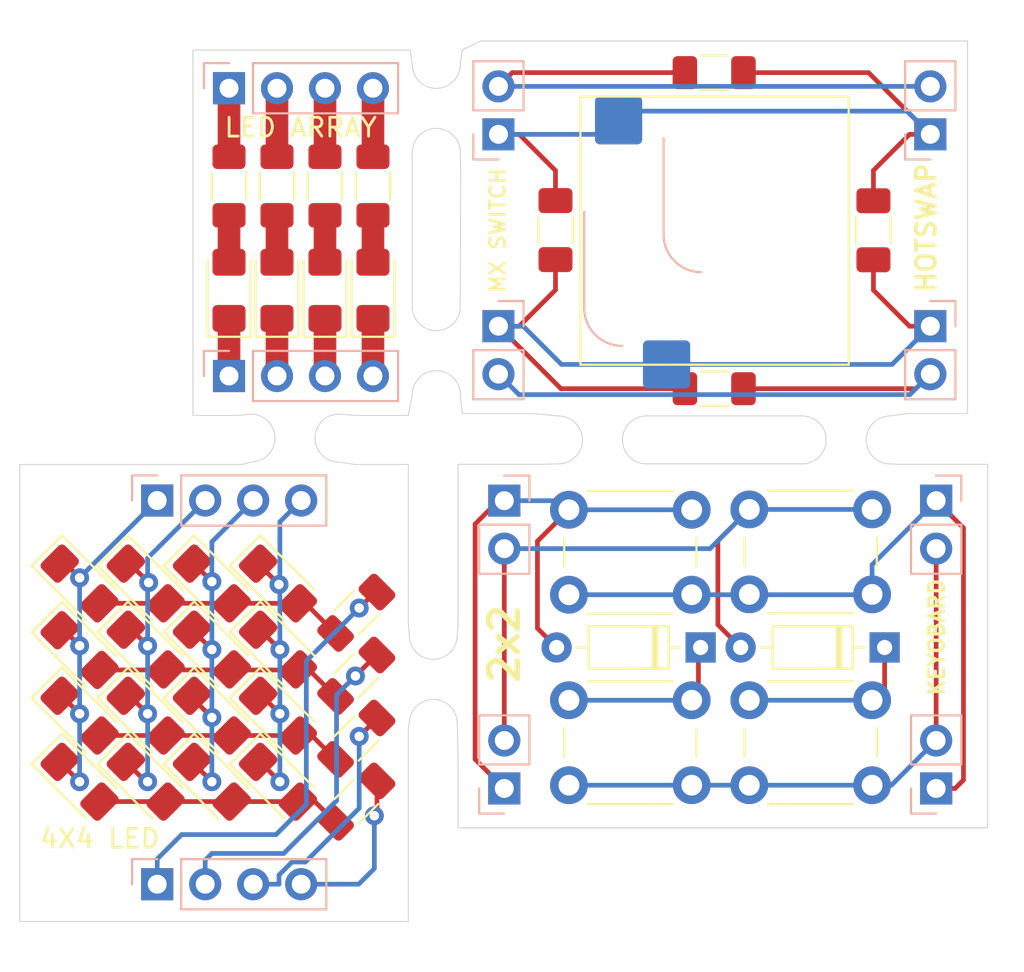
<source format=kicad_pcb>
(kicad_pcb (version 20240108) (generator "pcbnew") (generator_version "8.0")
  (layers (0 "F.Cu" signal) (31 "B.Cu" signal) (34 "B.Paste" user) (35 "F.Paste" user) (36 "B.SilkS" user "B.Silkscreen") (37 "F.SilkS" user "F.Silkscreen") (38 "B.Mask" user) (39 "F.Mask" user) (44 "Edge.Cuts" user))
  (net 0 "")
  (net 1 "Net-(D1-A)")
  (net 2 "Net-(D1-K)")
  (net 3 "Net-(D2-K)")
  (net 4 "Net-(D2-A)")
  (net 5 "Net-(D3-K)")
  (net 6 "Net-(D3-A)")
  (net 7 "Net-(D4-K)")
  (net 8 "Net-(D4-A)")
  (net 9 "Net-(J2-Pin_1)")
  (net 10 "Net-(J2-Pin_3)")
  (net 11 "Net-(J2-Pin_2)")
  (net 12 "Net-(J2-Pin_4)")
  (net 13 "Net-(J3-Pin_2)")
  (net 14 "Net-(J3-Pin_1)")
  (net 15 "Net-(D5-A)")
  (net 16 "Net-(D5-K)")
  (net 17 "Net-(D6-A)")
  (net 18 "Net-(D6-K)")
  (net 19 "Net-(J7-Pin_2)")
  (net 20 "Net-(J7-Pin_1)")
  (net 21 "Net-(D10-A)")
  (net 22 "Net-(J11-Pin_2)")
  (net 23 "Net-(J10-Pin_2)")
  (net 24 "Net-(J10-Pin_1)")
  (net 25 "Net-(J11-Pin_1)")
  (net 26 "Net-(D11-A)")
  (net 27 "Net-(D15-K)")
  (net 28 "Net-(D11-K)")
  (net 29 "Net-(D13-K)")
  (net 30 "Net-(J11-Pin_4)")
  (net 31 "Net-(J11-Pin_3)")
  (net 32 "Net-(D10-K)")
  (net 33 "Net-(D15-A)")
  (net 34 "Net-(D16-A)")
  (footprint "Resistor_SMD:R_1206_3216Metric_Pad1.30x1.75mm_HandSolder" (layer "F.Cu") (at 27.8736 23.282 90)
    (property "Reference" "R1" (hide yes))
    (property "Value" "R")
  )
  (footprint "LED_SMD:LED_1206_3216Metric_Pad1.42x1.75mm_HandSolder" (layer "F.Cu") (at 30.4656 47.831 -45)
    (property "Reference" "D15" (hide yes))
    (property "Value" "D_45deg")
  )
  (footprint "Resistor_SMD:R_1206_3216Metric_Pad1.30x1.75mm_HandSolder" (layer "F.Cu") (at 53.5556 34.016 180)
    (property "Reference" "R6" (hide yes))
    (property "Value" "R_Small")
  )
  (footprint "LED_SMD:LED_1206_3216Metric_Pad1.42x1.75mm_HandSolder" (layer "F.Cu") (at 23.4656 54.831 -45)
    (property "Reference" "D11" (hide yes))
    (property "Value" "D_45deg")
  )
  (footprint "LED_SMD:LED_1206_3216Metric_Pad1.42x1.75mm_HandSolder" (layer "F.Cu") (at 19.9656 51.331 -45)
    (property "Reference" "D14" (hide yes))
    (property "Value" "D_45deg")
  )
  (footprint "LED_SMD:LED_1206_3216Metric_Pad1.42x1.75mm_HandSolder" (layer "F.Cu") (at 30.4656 54.831 -45)
    (property "Reference" "D7" (hide yes))
    (property "Value" "D_45deg")
  )
  (footprint "LED_SMD:LED_1206_3216Metric_Pad1.42x1.75mm_HandSolder" (layer "F.Cu") (at 30.4136 28.8075 90)
    (property "Reference" "D2" (hide yes))
    (property "Value" "LED_Small")
  )
  (footprint "LED_SMD:LED_1206_3216Metric_Pad1.42x1.75mm_HandSolder" (layer "F.Cu") (at 23.4656 47.831 -45)
    (property "Reference" "D19" (hide yes))
    (property "Value" "D_45deg")
  )
  (footprint "Resistor_SMD:R_1206_3216Metric_Pad1.30x1.75mm_HandSolder" (layer "F.Cu") (at 34.609795 55.883163 -135)
    (property "Reference" "R7" (hide yes))
    (property "Value" "R")
  )
  (footprint "LED_SMD:LED_1206_3216Metric_Pad1.42x1.75mm_HandSolder" (layer "F.Cu") (at 26.9656 54.831 -45)
    (property "Reference" "D8" (hide yes))
    (property "Value" "D_45deg")
  )
  (footprint "Panelization:mouse-bite-2.54mm-slot" (layer "F.Cu") (at 38.8456 32.001 90)
    (property "Reference" "H2" (hide yes))
    (property "Value" "MountingHole" (hide yes))
    (fp_arc (start -2.33 -1.27) (mid -1.06 0) (end -2.33 1.27) (stroke (width 0.05)) (layer "Edge.Cuts"))
    (fp_arc (start 2.33 1.27) (mid 1.06 0) (end 2.33 -1.27) (stroke (width 0.05)) (layer "Edge.Cuts"))
  )
  (footprint "Resistor_SMD:R_1206_3216Metric_Pad1.30x1.75mm_HandSolder" (layer "F.Cu") (at 34.609795 45.883163 -135)
    (property "Reference" "R10" (hide yes))
    (property "Value" "R")
  )
  (footprint "Resistor_SMD:R_1206_3216Metric_Pad1.30x1.75mm_HandSolder" (layer "F.Cu") (at 34.609795 49.216497 -135)
    (property "Reference" "R9" (hide yes))
    (property "Value" "R")
  )
  (footprint "Panelization:mouse-bite-2.54mm-slot" (layer "F.Cu") (at 47.6416 36.7277)
    (property "Reference" "H3" (hide yes))
    (property "Value" "MountingHole" (hide yes))
    (fp_arc (start -2.33 -1.27) (mid -1.06 0) (end -2.33 1.27) (stroke (width 0.05)) (layer "Edge.Cuts"))
    (fp_arc (start 2.33 1.27) (mid 1.06 0) (end 2.33 -1.27) (stroke (width 0.05)) (layer "Edge.Cuts"))
  )
  (footprint "Panelization:mouse-bite-2.54mm-slot" (layer "F.Cu") (at 60.5416 36.7277)
    (property "Reference" "H4" (hide yes))
    (property "Value" "MountingHole" (hide yes))
    (fp_arc (start -2.33 -1.27) (mid -1.06 0) (end -2.33 1.27) (stroke (width 0.05)) (layer "Edge.Cuts"))
    (fp_arc (start 2.33 1.27) (mid 1.06 0) (end 2.33 -1.27) (stroke (width 0.05)) (layer "Edge.Cuts"))
  )
  (footprint "LED_SMD:LED_1206_3216Metric_Pad1.42x1.75mm_HandSolder" (layer "F.Cu") (at 19.9656 44.331 -45)
    (property "Reference" "D22" (hide yes))
    (property "Value" "D_45deg")
  )
  (footprint "Button_Switch_THT:SW_PUSH_6mm" (layer "F.Cu") (at 45.8666 40.4277)
    (property "Reference" "SW1" (hide yes))
    (property "Value" "SW_Push_45deg")
  )
  (footprint "Panelization:mouse-bite-2.54mm-slot" (layer "F.Cu") (at 38.8456 19.171 90)
    (property "Reference" "H1" (hide yes))
    (property "Value" "MountingHole" (hide yes))
    (fp_arc (start -2.33 -1.27) (mid -1.06 0) (end -2.33 1.27) (stroke (width 0.05)) (layer "Edge.Cuts"))
    (fp_arc (start 2.33 1.27) (mid 1.06 0) (end 2.33 -1.27) (stroke (width 0.05)) (layer "Edge.Cuts"))
  )
  (footprint "Panelization:mouse-bite-2.54mm-slot" (layer "F.Cu") (at 38.6856 49.411 90)
    (property "Reference" "H6" (hide yes))
    (property "Value" "MountingHole" (hide yes))
    (fp_arc (start -2.33 -1.27) (mid -1.06 0) (end -2.33 1.27) (stroke (width 0.05)) (layer "Edge.Cuts"))
    (fp_arc (start 2.33 1.27) (mid 1.06 0) (end 2.33 -1.27) (stroke (width 0.05)) (layer "Edge.Cuts"))
  )
  (footprint "Capacitor_SMD:C_1206_3216Metric_Pad1.33x1.80mm_HandSolder" (layer "F.Cu") (at 45.1556 25.616 -90)
    (property "Reference" "C2" (hide yes))
    (property "Value" "C_Small")
  )
  (footprint "LED_SMD:LED_1206_3216Metric_Pad1.42x1.75mm_HandSolder" (layer "F.Cu") (at 30.4656 44.331 -45)
    (property "Reference" "D16" (hide yes))
    (property "Value" "D_45deg")
  )
  (footprint "Button_Switch_Keyboard:SW_Hotswap_Kailh_MX_1.00u" (layer "F.Cu") (at 53.5756 25.646 90)
    (property "Reference" "SW7" (hide yes))
    (property "Value" "SW_Push")
  )
  (footprint "Resistor_SMD:R_1206_3216Metric_Pad1.30x1.75mm_HandSolder" (layer "F.Cu") (at 30.4136 23.282 90)
    (property "Reference" "R2" (hide yes))
    (property "Value" "R")
  )
  (footprint "Panelization:mouse-bite-2.54mm-slot" (layer "F.Cu") (at 31.3656 36.631)
    (property "Reference" "H5" (hide yes))
    (property "Value" "MountingHole" (hide yes))
    (fp_arc (start -2.33 -1.27) (mid -1.06 0) (end -2.33 1.27) (stroke (width 0.05)) (layer "Edge.Cuts"))
    (fp_arc (start 2.33 1.27) (mid 1.06 0) (end 2.33 -1.27) (stroke (width 0.05)) (layer "Edge.Cuts"))
  )
  (footprint "LED_SMD:LED_1206_3216Metric_Pad1.42x1.75mm_HandSolder" (layer "F.Cu") (at 19.9656 54.831 -45)
    (property "Reference" "D13" (hide yes))
    (property "Value" "D_45deg")
  )
  (footprint "Resistor_SMD:R_1206_3216Metric_Pad1.30x1.75mm_HandSolder" (layer "F.Cu") (at 34.609795 52.54983 -135)
    (property "Reference" "R8" (hide yes))
    (property "Value" "R")
  )
  (footprint "Button_Switch_THT:SW_PUSH_6mm" (layer "F.Cu") (at 55.4146 40.4095)
    (property "Reference" "SW3" (hide yes))
    (property "Value" "SW_Push_45deg")
  )
  (footprint "LED_SMD:LED_1206_3216Metric_Pad1.42x1.75mm_HandSolder" (layer "F.Cu") (at 19.9656 47.859179 -45)
    (property "Reference" "D21" (hide yes))
    (property "Value" "D_45deg")
  )
  (footprint "LED_SMD:LED_1206_3216Metric_Pad1.42x1.75mm_HandSolder" (layer "F.Cu") (at 35.4936 28.8075 90)
    (property "Reference" "D4" (hide yes))
    (property "Value" "LED_Small")
  )
  (footprint "Resistor_SMD:R_1206_3216Metric_Pad1.30x1.75mm_HandSolder" (layer "F.Cu") (at 53.5556 17.276)
    (property "Reference" "R5" (hide yes))
    (property "Value" "R_Small")
  )
  (footprint "LED_SMD:LED_1206_3216Metric_Pad1.42x1.75mm_HandSolder" (layer "F.Cu") (at 26.9656 44.331 -45)
    (property "Reference" "D18" (hide yes))
    (property "Value" "D_45deg")
  )
  (footprint "Resistor_SMD:R_1206_3216Metric_Pad1.30x1.75mm_HandSolder" (layer "F.Cu") (at 35.4936 23.282 90)
    (property "Reference" "R4" (hide yes))
    (property "Value" "R")
  )
  (footprint "LED_SMD:LED_1206_3216Metric_Pad1.42x1.75mm_HandSolder" (layer "F.Cu") (at 23.4656 44.331 -45)
    (property "Reference" "D20" (hide yes))
    (property "Value" "D_45deg")
  )
  (footprint "LED_SMD:LED_1206_3216Metric_Pad1.42x1.75mm_HandSolder" (layer "F.Cu") (at 26.9656 47.831 -45)
    (property "Reference" "D17" (hide yes))
    (property "Value" "D_45deg")
  )
  (footprint "LED_SMD:LED_1206_3216Metric_Pad1.42x1.75mm_HandSolder" (layer "F.Cu") (at 32.9536 28.8075 90)
    (property "Reference" "D3" (hide yes))
    (property "Value" "LED_Small")
  )
  (footprint "Resistor_SMD:R_1206_3216Metric_Pad1.30x1.75mm_HandSolder" (layer "F.Cu") (at 32.9536 23.282 90)
    (property "Reference" "R3" (hide yes))
    (property "Value" "R")
  )
  (footprint "Capacitor_SMD:C_1206_3216Metric_Pad1.33x1.80mm_HandSolder" (layer "F.Cu") (at 61.9856 25.626 -90)
    (property "Reference" "C1" (hide yes))
    (property "Value" "C_Small")
  )
  (footprint "LED_SMD:LED_1206_3216Metric_Pad1.42x1.75mm_HandSolder" (layer "F.Cu") (at 26.9656 51.331 -45)
    (property "Reference" "D10" (hide yes))
    (property "Value" "D_45deg")
  )
  (footprint "Button_Switch_THT:SW_PUSH_6mm" (layer "F.Cu") (at 45.8666 50.5157)
    (property "Reference" "SW2" (hide yes))
    (property "Value" "SW_Push_45deg")
  )
  (footprint "LED_SMD:LED_1206_3216Metric_Pad1.42x1.75mm_HandSolder" (layer "F.Cu") (at 30.4656 51.331 -45)
    (property "Reference" "D9" (hide yes))
    (property "Value" "D_45deg")
  )
  (footprint "Diode_THT:D_DO-35_SOD27_P7.62mm_Horizontal" (layer "F.Cu") (at 52.836 47.7217 180)
    (property "Reference" "D6" (hide yes))
    (property "Value" "D_Small")
  )
  (footprint "LED_SMD:LED_1206_3216Metric_Pad1.42x1.75mm_HandSolder" (layer "F.Cu") (at 27.8736 28.8075 90)
    (property "Reference" "D1" (hide yes))
    (property "Value" "LED_Small")
  )
  (footprint "Diode_THT:D_DO-35_SOD27_P7.62mm_Horizontal" (layer "F.Cu") (at 62.5762 47.7217 180)
    (property "Reference" "D5" (hide yes))
    (property "Value" "D_Small")
  )
  (footprint "Button_Switch_THT:SW_PUSH_6mm" (layer "F.Cu") (at 55.4146 50.5157)
    (property "Reference" "SW4" (hide yes))
    (property "Value" "SW_Push_45deg")
  )
  (footprint "LED_SMD:LED_1206_3216Metric_Pad1.42x1.75mm_HandSolder" (layer "F.Cu") (at 23.4656 51.331 -45)
    (property "Reference" "D12" (hide yes))
    (property "Value" "D_45deg")
  )
  (footprint "Connector_PinHeader_2.54mm:PinHeader_1x04_P2.54mm_Vertical" (layer "B.Cu") (at 27.8736 18.103 -90)
    (property "Reference" "J2" (hide yes))
    (property "Value" "Conn_01x04")
  )
  (footprint "Connector_PinHeader_2.54mm:PinHeader_1x02_P2.54mm_Vertical" (layer "B.Cu") (at 65.305 39.9473 180)
    (property "Reference" "J10" (hide yes))
    (property "Value" "Conn_01x02")
  )
  (footprint "Connector_PinHeader_2.54mm:PinHeader_1x02_P2.54mm_Vertical" (layer "B.Cu") (at 42.445 55.1873)
    (property "Reference" "J6" (hide yes))
    (property "Value" "Conn_01x02")
  )
  (footprint "Connector_PinHeader_2.54mm:PinHeader_1x02_P2.54mm_Vertical" (layer "B.Cu") (at 42.445 39.9473 180)
    (property "Reference" "J5" (hide yes))
    (property "Value" "Conn_01x02")
  )
  (footprint "Connector_PinHeader_2.54mm:PinHeader_1x04_P2.54mm_Vertical" (layer "B.Cu") (at 24.073779 39.939179 -90)
    (property "Reference" "J12" (hide yes))
    (property "Value" "Conn_01x04")
  )
  (footprint "Connector_PinHeader_2.54mm:PinHeader_1x02_P2.54mm_Vertical" (layer "B.Cu") (at 64.9956 20.546)
    (property "Reference" "J4" (hide yes))
    (property "Value" "Conn_01x02")
  )
  (footprint "Connector_PinHeader_2.54mm:PinHeader_1x02_P2.54mm_Vertical" (layer "B.Cu") (at 42.1356 30.706 180)
    (property "Reference" "J7" (hide yes))
    (property "Value" "Conn_01x02")
  )
  (footprint "Connector_PinHeader_2.54mm:PinHeader_1x04_P2.54mm_Vertical" (layer "B.Cu") (at 24.073779 60.259179 -90)
    (property "Reference" "J11" (hide yes))
    (property "Value" "Conn_01x04")
  )
  (footprint "Connector_PinHeader_2.54mm:PinHeader_1x04_P2.54mm_Vertical" (layer "B.Cu") (at 27.8736 33.343 -90)
    (property "Reference" "J1" (hide yes))
    (property "Value" "Conn_01x04")
  )
  (footprint "Connector_PinHeader_2.54mm:PinHeader_1x02_P2.54mm_Vertical" (layer "B.Cu") (at 42.1356 20.546)
    (property "Reference" "J3" (hide yes))
    (property "Value" "Conn_01x02")
  )
  (footprint "Connector_PinHeader_2.54mm:PinHeader_1x02_P2.54mm_Vertical" (layer "B.Cu") (at 65.305 55.1873)
    (property "Reference" "J9" (hide yes))
    (property "Value" "Conn_01x02")
  )
  (footprint "Connector_PinHeader_2.54mm:PinHeader_1x02_P2.54mm_Vertical" (layer "B.Cu") (at 64.9956 30.706 180)
    (property "Reference" "J8" (hide yes))
    (property "Value" "Conn_01x02")
  )
  (gr_line (start 40 46.3527) (end 40 38.0223) (stroke (width 0.05)) (layer "Edge.Cuts"))
  (gr_line (start 66.9656 15.6) (end 41.2 15.6) (stroke (width 0.05)) (layer "Edge.Cuts"))
  (gr_line (start 43.9656 35.331) (end 45.3116 35.4577) (stroke (width 0.05)) (layer "Edge.Cuts"))
  (gr_line (start 40.1356 22.506) (end 40.1156 21.501) (stroke (width 0.05)) (layer "Edge.Cuts"))
  (gr_line (start 34.5656 35.431) (end 37.3656 35.431) (stroke (width 0.05)) (layer "Edge.Cuts"))
  (gr_line (start 40.2156 16.081) (end 40.1156 16.841) (stroke (width 0.05)) (layer "Edge.Cuts"))
  (gr_line (start 37.5756 16.861) (end 37.4656 16.081) (stroke (width 0.05)) (layer "Edge.Cuts"))
  (gr_line (start 25.9656 35.431) (end 28.3656 35.431) (stroke (width 0.05)) (layer "Edge.Cuts"))
  (gr_line (start 37.5756 21.501) (end 37.5756 29.671) (stroke (width 0.05)) (layer "Edge.Cuts"))
  (gr_line (start 28.3656 35.431) (end 29.0356 35.361) (stroke (width 0.05)) (layer "Edge.Cuts"))
  (gr_line (start 33.6956 37.901) (end 34.5656 38.031) (stroke (width 0.05)) (layer "Edge.Cuts"))
  (gr_line (start 37.3656 38.031) (end 37.3656 46.431) (stroke (width 0.05)) (layer "Edge.Cuts"))
  (gr_line (start 62.8716 37.9977) (end 63.3916 38.0223) (stroke (width 0.05)) (layer "Edge.Cuts"))
  (gr_line (start 16.8 38.031) (end 28.5656 38.031) (stroke (width 0.05)) (layer "Edge.Cuts"))
  (gr_line (start 63.8 35.331) (end 66.9656 35.331) (stroke (width 0.05)) (layer "Edge.Cuts"))
  (gr_line (start 49.9716 37.9977) (end 58.2116 37.9977) (stroke (width 0.05)) (layer "Edge.Cuts"))
  (gr_line (start 45.3116 37.9977) (end 44.2 38.0223) (stroke (width 0.05)) (layer "Edge.Cuts"))
  (gr_line (start 40 38.0223) (end 44.2 38.0223) (stroke (width 0.05)) (layer "Edge.Cuts"))
  (gr_line (start 68.026 57.2723) (end 40 57.2723) (stroke (width 0.05)) (layer "Edge.Cuts"))
  (gr_line (start 34.5656 38.031) (end 37.3656 38.031) (stroke (width 0.05)) (layer "Edge.Cuts"))
  (gr_line (start 37.3656 62.231) (end 16.8 62.231) (stroke (width 0.05)) (layer "Edge.Cuts"))
  (gr_line (start 25.9656 16.081) (end 25.9656 35.431) (stroke (width 0.05)) (layer "Edge.Cuts"))
  (gr_line (start 40 53.6) (end 39.9556 51.741) (stroke (width 0.05)) (layer "Edge.Cuts"))
  (gr_line (start 28.5656 38.031) (end 29.0356 37.901) (stroke (width 0.05)) (layer "Edge.Cuts"))
  (gr_line (start 40.2156 16.081) (end 41.2 15.6) (stroke (width 0.05)) (layer "Edge.Cuts"))
  (gr_line (start 16.8 62.231) (end 16.8 38.031) (stroke (width 0.05)) (layer "Edge.Cuts"))
  (gr_line (start 37.4656 16.081) (end 25.9656 16.081) (stroke (width 0.05)) (layer "Edge.Cuts"))
  (gr_line (start 40 57.2723) (end 40 53.6) (stroke (width 0.05)) (layer "Edge.Cuts"))
  (gr_line (start 37.4156 47.081) (end 37.3656 46.431) (stroke (width 0.05)) (layer "Edge.Cuts"))
  (gr_line (start 66.9656 35.331) (end 66.9656 15.6) (stroke (width 0.05)) (layer "Edge.Cuts"))
  (gr_line (start 63.3916 38.0223) (end 68.026 38.0223) (stroke (width 0.05)) (layer "Edge.Cuts"))
  (gr_line (start 68.026 38.0223) (end 68.026 57.2723) (stroke (width 0.05)) (layer "Edge.Cuts"))
  (gr_line (start 37.5756 34.331) (end 37.3656 35.431) (stroke (width 0.05)) (layer "Edge.Cuts"))
  (gr_line (start 40.1356 22.506) (end 40.1156 29.671) (stroke (width 0.05)) (layer "Edge.Cuts"))
  (gr_line (start 40.2156 35.331) (end 43.9656 35.331) (stroke (width 0.05)) (layer "Edge.Cuts"))
  (gr_line (start 37.5756 16.861) (end 37.5756 16.841) (stroke (width 0.05)) (layer "Edge.Cuts"))
  (gr_line (start 63.8 35.331) (end 62.8716 35.4577) (stroke (width 0.05)) (layer "Edge.Cuts"))
  (gr_line (start 34.5656 35.431) (end 33.6956 35.361) (stroke (width 0.05)) (layer "Edge.Cuts"))
  (gr_line (start 40 46.3527) (end 39.9556 47.081) (stroke (width 0.05)) (layer "Edge.Cuts"))
  (gr_line (start 37.3656 52.031) (end 37.3656 62.231) (stroke (width 0.05)) (layer "Edge.Cuts"))
  (gr_line (start 37.3656 52.031) (end 37.4156 51.741) (stroke (width 0.05)) (layer "Edge.Cuts"))
  (gr_line (start 40.1156 34.331) (end 40.2156 35.331) (stroke (width 0.05)) (layer "Edge.Cuts"))
  (gr_line (start 49.9716 35.4577) (end 58.2116 35.4577) (stroke (width 0.05)) (layer "Edge.Cuts"))
  (gr_text "4X4 LED" (at 17.7656 58.431 0) (layer "F.SilkS") (effects (font (size 1 1)) (justify left bottom)))
  (gr_text "2x2" (at 43.3262 49.7723 90) (layer "F.SilkS") (effects (font (size 1.5 1.5) (thickness 0.3) (bold yes)) (justify left bottom)))
  (gr_text "HOTSWAP" (at 65.3656 29.031 90) (layer "F.SilkS") (effects (font (size 1 1) (thickness 0.2) (bold yes)) (justify left bottom)))
  (gr_text "MX SWITCH" (at 42.5656 29.031 90) (layer "F.SilkS") (effects (font (size 0.8 0.8) (thickness 0.15) (bold yes)) (justify left bottom)))
  (gr_text "KEYOBARD" (at 65.7916 50.3527 90) (layer "F.SilkS") (effects (font (size 0.8 0.8) (thickness 0.175) (bold yes)) (justify left bottom)))
  (gr_text "LED ARRAY" (at 27.5434 20.77 0) (layer "F.SilkS") (effects (font (size 1 1)) (justify left bottom)))
  (segment (start 27.8736 27.32) (end 27.8736 24.832) (width 1.2) (layer "F.Cu") (net 1))
  (segment (start 27.8736 33.343) (end 27.8736 30.295) (width 1.2) (layer "F.Cu") (net 2))
  (segment (start 30.4136 33.343) (end 30.4136 30.295) (width 1.2) (layer "F.Cu") (net 3))
  (segment (start 30.4136 27.32) (end 30.4136 24.832) (width 1.2) (layer "F.Cu") (net 4))
  (segment (start 32.9536 33.343) (end 32.9536 30.295) (width 1.2) (layer "F.Cu") (net 5))
  (segment (start 32.9536 27.32) (end 32.9536 24.832) (width 1.2) (layer "F.Cu") (net 6))
  (segment (start 35.4936 33.343) (end 35.4936 30.295) (width 1.2) (layer "F.Cu") (net 7))
  (segment (start 35.4936 27.32) (end 35.4936 24.832) (width 1.2) (layer "F.Cu") (net 8))
  (segment (start 27.8736 21.732) (end 27.8736 18.103) (width 1.2) (layer "F.Cu") (net 9))
  (segment (start 32.9536 21.732) (end 32.9536 18.103) (width 1.2) (layer "F.Cu") (net 10))
  (segment (start 30.4136 21.732) (end 30.4136 18.103) (width 1.2) (layer "F.Cu") (net 11))
  (segment (start 35.4936 21.732) (end 35.4936 18.103) (width 1.2) (layer "F.Cu") (net 12))
  (segment (start 42.8656 17.276) (end 42.1356 18.006) (width 0.25) (layer "F.Cu") (net 13))
  (segment (start 52.0056 17.276) (end 42.8656 17.276) (width 0.25) (layer "F.Cu") (net 13))
  (segment (start 42.1356 18.006) (end 64.9956 18.006) (width 0.25) (layer "B.Cu") (net 13))
  (segment (start 45.1556 22.466) (end 45.1556 24.0535) (width 0.25) (layer "F.Cu") (net 14))
  (segment (start 42.1356 20.546) (end 43.2356 20.546) (width 0.25) (layer "F.Cu") (net 14))
  (segment (start 61.9856 22.456) (end 61.9856 24.0635) (width 0.25) (layer "F.Cu") (net 14))
  (segment (start 43.2356 20.546) (end 45.1556 22.466) (width 0.25) (layer "F.Cu") (net 14))
  (segment (start 55.1056 17.276) (end 61.7256 17.276) (width 0.25) (layer "F.Cu") (net 14))
  (segment (start 63.8956 20.546) (end 61.9856 22.456) (width 0.25) (layer "F.Cu") (net 14))
  (segment (start 61.7256 17.276) (end 64.9956 20.546) (width 0.25) (layer "F.Cu") (net 14))
  (segment (start 64.9956 20.546) (end 63.8956 20.546) (width 0.25) (layer "F.Cu") (net 14))
  (segment (start 48.9836 19.316) (end 63.7656 19.316) (width 0.25) (layer "B.Cu") (net 14))
  (segment (start 42.1356 20.546) (end 47.7536 20.546) (width 0.25) (layer "B.Cu") (net 14))
  (segment (start 63.7656 19.316) (end 64.9956 20.546) (width 0.25) (layer "B.Cu") (net 14))
  (segment (start 42.445 52.6473) (end 42.445 42.4873) (width 0.25) (layer "F.Cu") (net 15))
  (segment (start 55.4146 40.4095) (end 53.7504 42.0737) (width 0.25) (layer "F.Cu") (net 15))
  (segment (start 53.7504 42.0737) (end 53.7504 46.5159) (width 0.25) (layer "F.Cu") (net 15))
  (segment (start 53.7504 46.5159) (end 54.9562 47.7217) (width 0.25) (layer "F.Cu") (net 15))
  (segment (start 42.445 42.4873) (end 53.3368 42.4873) (width 0.25) (layer "B.Cu") (net 15))
  (segment (start 53.3368 42.4873) (end 55.4146 40.4095) (width 0.25) (layer "B.Cu") (net 15))
  (segment (start 55.4146 40.4095) (end 61.9146 40.4095) (width 0.25) (layer "B.Cu") (net 15))
  (segment (start 62.5762 47.7217) (end 62.5762 49.8541) (width 0.25) (layer "F.Cu") (net 16))
  (segment (start 62.5762 49.8541) (end 61.9146 50.5157) (width 0.25) (layer "F.Cu") (net 16))
  (segment (start 55.4146 50.5157) (end 61.9146 50.5157) (width 0.25) (layer "B.Cu") (net 16))
  (segment (start 44.2 46.7057) (end 45.216 47.7217) (width 0.25) (layer "F.Cu") (net 17))
  (segment (start 44.2 42.0943) (end 44.2 46.7057) (width 0.25) (layer "F.Cu") (net 17))
  (segment (start 42.137 39.9473) (end 40.9012 41.1831) (width 0.25) (layer "F.Cu") (net 17))
  (segment (start 45.8666 40.4277) (end 44.2 42.0943) (width 0.25) (layer "F.Cu") (net 17))
  (segment (start 40.9012 41.1831) (end 40.9012 53.6435) (width 0.25) (layer "F.Cu") (net 17))
  (segment (start 40.9012 53.6435) (end 42.445 55.1873) (width 0.25) (layer "F.Cu") (net 17))
  (segment (start 42.445 39.9473) (end 45.3862 39.9473) (width 0.25) (layer "B.Cu") (net 17))
  (segment (start 45.8666 40.4277) (end 52.3666 40.4277) (width 0.25) (layer "B.Cu") (net 17))
  (segment (start 52.721 47.7217) (end 52.721 50.1613) (width 0.25) (layer "F.Cu") (net 18))
  (segment (start 52.3666 50.5157) (end 45.8666 50.5157) (width 0.25) (layer "B.Cu") (net 18))
  (segment (start 55.1056 34.016) (end 64.2256 34.016) (width 0.25) (layer "F.Cu") (net 19))
  (segment (start 64.2256 34.016) (end 64.9956 33.246) (width 0.25) (layer "F.Cu") (net 19))
  (segment (start 42.1356 33.246) (end 43.2206 34.331) (width 0.25) (layer "B.Cu") (net 19))
  (segment (start 43.2206 34.331) (end 63.9106 34.331) (width 0.25) (layer "B.Cu") (net 19))
  (segment (start 63.9106 34.331) (end 64.9956 33.246) (width 0.25) (layer "B.Cu") (net 19))
  (segment (start 43.2356 30.706) (end 45.1556 28.786) (width 0.25) (layer "F.Cu") (net 20))
  (segment (start 63.8956 30.706) (end 61.9856 28.796) (width 0.25) (layer "F.Cu") (net 20))
  (segment (start 52.0056 34.016) (end 45.4456 34.016) (width 0.25) (layer "F.Cu") (net 20))
  (segment (start 64.9956 30.706) (end 63.8956 30.706) (width 0.25) (layer "F.Cu") (net 20))
  (segment (start 61.9856 28.796) (end 61.9856 27.1885) (width 0.25) (layer "F.Cu") (net 20))
  (segment (start 42.1356 30.706) (end 43.2356 30.706) (width 0.25) (layer "F.Cu") (net 20))
  (segment (start 45.4456 34.016) (end 42.1356 30.706) (width 0.25) (layer "F.Cu") (net 20))
  (segment (start 45.1556 28.786) (end 45.1556 27.1785) (width 0.25) (layer "F.Cu") (net 20))
  (segment (start 62.9706 32.731) (end 64.9956 30.706) (width 0.25) (layer "B.Cu") (net 20))
  (segment (start 45.4706 32.731) (end 51.0356 32.731) (width 0.25) (layer "B.Cu") (net 20))
  (segment (start 51.0356 32.731) (end 62.9706 32.731) (width 0.25) (layer "B.Cu") (net 20))
  (segment (start 43.4456 30.706) (end 45.4706 32.731) (width 0.25) (layer "B.Cu") (net 20))
  (segment (start 42.1356 30.706) (end 43.4456 30.706) (width 0.25) (layer "B.Cu") (net 20))
  (segment (start 21.017421 52.382821) (end 32.250754 52.382821) (width 0.25) (layer "F.Cu") (net 21))
  (segment (start 32.250754 52.382821) (end 33.513779 53.645846) (width 0.25) (layer "F.Cu") (net 21))
  (segment (start 35.676119 48.120481) (end 34.5656 49.231) (width 0.25) (layer "F.Cu") (net 22))
  (via (at 34.5656 49.231) (size 1) (drill 0.5) (layers "F.Cu" "B.Cu") (net 22))
  (segment (start 34.5656 49.231) (end 33.5656 50.231) (width 0.25) (layer "B.Cu") (net 22))
  (segment (start 26.9656 58.631) (end 26.613779 58.982821) (width 0.25) (layer "B.Cu") (net 22))
  (segment (start 33.5656 55.831) (end 30.7656 58.631) (width 0.25) (layer "B.Cu") (net 22))
  (segment (start 30.7656 58.631) (end 26.9656 58.631) (width 0.25) (layer "B.Cu") (net 22))
  (segment (start 26.613779 58.982821) (end 26.613779 60.259179) (width 0.25) (layer "B.Cu") (net 22))
  (segment (start 33.5656 50.231) (end 33.5656 55.831) (width 0.25) (layer "B.Cu") (net 22))
  (segment (start 65.305 42.4873) (end 65.305 52.6473) (width 0.25) (layer "F.Cu") (net 23))
  (segment (start 62.9366 55.0157) (end 65.305 52.6473) (width 0.25) (layer "B.Cu") (net 23))
  (segment (start 52.3666 55.0157) (end 45.8666 55.0157) (width 0.25) (layer "B.Cu") (net 23))
  (segment (start 52.3666 55.0157) (end 62.9366 55.0157) (width 0.25) (layer "B.Cu") (net 23))
  (segment (start 66.305 55.1873) (end 66.7512 54.7411) (width 0.25) (layer "F.Cu") (net 24))
  (segment (start 66.7512 54.7411) (end 66.7512 41.3935) (width 0.25) (layer "F.Cu") (net 24))
  (segment (start 66.7512 41.3935) (end 65.305 39.9473) (width 0.25) (layer "F.Cu") (net 24))
  (segment (start 65.305 55.1873) (end 66.305 55.1873) (width 0.25) (layer "F.Cu") (net 24))
  (segment (start 52.3666 44.9277) (end 61.8964 44.9277) (width 0.25) (layer "B.Cu") (net 24))
  (segment (start 61.9146 43.3377) (end 61.9146 44.9095) (width 0.25) (layer "B.Cu") (net 24))
  (segment (start 52.3666 44.9277) (end 45.8666 44.9277) (width 0.25) (layer "B.Cu") (net 24))
  (segment (start 65.305 39.9473) (end 61.9146 43.3377) (width 0.25) (layer "B.Cu") (net 24))
  (segment (start 35.609453 44.787147) (end 34.7656 45.631) (width 0.25) (layer "F.Cu") (net 25))
  (via (at 34.7656 45.631) (size 1) (drill 0.5) (layers "F.Cu" "B.Cu") (net 25))
  (segment (start 24.073779 58.922821) (end 24.073779 60.259179) (width 0.25) (layer "B.Cu") (net 25))
  (segment (start 31.9656 48.431) (end 31.9656 56.031) (width 0.25) (layer "B.Cu") (net 25))
  (segment (start 34.7656 45.631) (end 31.9656 48.431) (width 0.25) (layer "B.Cu") (net 25))
  (segment (start 30.3656 57.631) (end 25.3656 57.631) (width 0.25) (layer "B.Cu") (net 25))
  (segment (start 25.3656 57.631) (end 24.073779 58.922821) (width 0.25) (layer "B.Cu") (net 25))
  (segment (start 31.9656 56.031) (end 30.3656 57.631) (width 0.25) (layer "B.Cu") (net 25))
  (segment (start 32.417421 55.882821) (end 33.513779 56.979179) (width 0.25) (layer "F.Cu") (net 26))
  (segment (start 21.017421 55.882821) (end 32.417421 55.882821) (width 0.25) (layer "F.Cu") (net 26))
  (segment (start 29.413779 43.279179) (end 30.518632 44.384032) (width 0.25) (layer "F.Cu") (net 27))
  (segment (start 29.513779 53.779179) (end 30.5656 54.831) (width 0.25) (layer "F.Cu") (net 27))
  (segment (start 29.613779 50.279179) (end 30.5656 51.231) (width 0.25) (layer "F.Cu") (net 27))
  (segment (start 29.513778 46.779178) (end 30.5656 47.831) (width 0.25) (layer "F.Cu") (net 27))
  (via (at 30.5656 47.831) (size 1) (drill 0.5) (layers "F.Cu" "B.Cu") (net 27))
  (via (at 30.518632 44.384032) (size 1) (drill 0.5) (layers "F.Cu" "B.Cu") (net 27))
  (via (at 30.5656 51.231) (size 1) (drill 0.5) (layers "F.Cu" "B.Cu") (net 27))
  (via (at 30.5656 54.831) (size 1) (drill 0.5) (layers "F.Cu" "B.Cu") (net 27))
  (segment (start 30.5656 51.231) (end 30.5656 47.831) (width 0.25) (layer "B.Cu") (net 27))
  (segment (start 30.5656 54.831) (end 30.5656 51.231) (width 0.25) (layer "B.Cu") (net 27))
  (segment (start 30.5656 41.067358) (end 31.693779 39.939179) (width 0.25) (layer "B.Cu") (net 27))
  (segment (start 30.5656 47.831) (end 30.5656 41.067358) (width 0.25) (layer "B.Cu") (net 27))
  (segment (start 23.4656 54.831) (end 22.413779 53.779179) (width 0.25) (layer "F.Cu") (net 28))
  (segment (start 23.5656 54.831) (end 23.4656 54.831) (width 0.25) (layer "F.Cu") (net 28))
  (segment (start 22.613779 50.279179) (end 23.5656 51.231) (width 0.25) (layer "F.Cu") (net 28))
  (segment (start 22.713779 46.779179) (end 23.5656 47.631) (width 0.25) (layer "F.Cu") (net 28))
  (segment (start 22.617009 43.279179) (end 23.620247 44.282417) (width 0.25) (layer "F.Cu") (net 28))
  (via (at 23.620247 44.282417) (size 1) (drill 0.5) (layers "F.Cu" "B.Cu") (net 28))
  (via (at 23.5656 51.231) (size 1) (drill 0.5) (layers "F.Cu" "B.Cu") (net 28))
  (via (at 23.5656 47.631) (size 1) (drill 0.5) (layers "F.Cu" "B.Cu") (net 28))
  (via (at 23.5656 54.831) (size 1) (drill 0.5) (layers "F.Cu" "B.Cu") (net 28))
  (segment (start 23.5656 47.631) (end 23.5656 51.231) (width 0.25) (layer "B.Cu") (net 28))
  (segment (start 23.5656 51.231) (end 23.5656 54.831) (width 0.25) (layer "B.Cu") (net 28))
  (segment (start 26.613779 39.939179) (end 23.5656 42.987358) (width 0.25) (layer "B.Cu") (net 28))
  (segment (start 23.5656 42.987358) (end 23.5656 47.631) (width 0.25) (layer "B.Cu") (net 28))
  (segment (start 19.213779 43.279179) (end 19.9656 44.031) (width 0.25) (layer "F.Cu") (net 29))
  (segment (start 18.913779 53.779179) (end 19.9656 54.831) (width 0.25) (layer "F.Cu") (net 29))
  (segment (start 19.013779 50.279179) (end 19.9656 51.231) (width 0.25) (layer "F.Cu") (net 29))
  (segment (start 19.141958 46.807358) (end 19.9656 47.631) (width 0.25) (layer "F.Cu") (net 29))
  (via (at 19.9656 44.031) (size 1) (drill 0.5) (layers "F.Cu" "B.Cu") (net 29))
  (via (at 19.9656 54.831) (size 1) (drill 0.5) (layers "F.Cu" "B.Cu") (net 29))
  (via (at 19.9656 47.631) (size 1) (drill 0.5) (layers "F.Cu" "B.Cu") (net 29))
  (via (at 19.9656 51.231) (size 1) (drill 0.5) (layers "F.Cu" "B.Cu") (net 29))
  (segment (start 19.9656 44.031) (end 24.057421 39.939179) (width 0.25) (layer "B.Cu") (net 29))
  (segment (start 19.9656 51.231) (end 19.9656 47.631) (width 0.25) (layer "B.Cu") (net 29))
  (segment (start 19.9656 54.831) (end 19.9656 51.231) (width 0.25) (layer "B.Cu") (net 29))
  (segment (start 19.9656 47.631) (end 19.9656 44.031) (width 0.25) (layer "B.Cu") (net 29))
  (segment (start 35.705811 54.787147) (end 35.705811 56.490789) (width 0.25) (layer "F.Cu") (net 30))
  (segment (start 35.705811 56.490789) (end 35.5656 56.631) (width 0.25) (layer "F.Cu") (net 30))
  (via (at 35.5656 56.631) (size 1) (drill 0.5) (layers "F.Cu" "B.Cu") (net 30))
  (segment (start 35.5656 56.631) (end 35.5656 59.431) (width 0.25) (layer "B.Cu") (net 30))
  (segment (start 35.5656 59.431) (end 34.737421 60.259179) (width 0.25) (layer "B.Cu") (net 30))
  (segment (start 34.737421 60.259179) (end 31.693779 60.259179) (width 0.25) (layer "B.Cu") (net 30))
  (segment (start 35.705811 51.490789) (end 34.7656 52.431) (width 0.25) (layer "F.Cu") (net 31))
  (via (at 34.7656 52.431) (size 1) (drill 0.5) (layers "F.Cu" "B.Cu") (net 31))
  (segment (start 30.518779 60.259179) (end 30.518779 59.772478) (width 0.25) (layer "B.Cu") (net 31))
  (segment (start 31.207078 59.084179) (end 31.912421 59.084179) (width 0.25) (layer "B.Cu") (net 31))
  (segment (start 34.7656 56.231) (end 34.7656 52.431) (width 0.25) (layer "B.Cu") (net 31))
  (segment (start 30.518779 59.772478) (end 31.207078 59.084179) (width 0.25) (layer "B.Cu") (net 31))
  (segment (start 29.153779 60.259179) (end 30.518779 60.259179) (width 0.25) (layer "B.Cu") (net 31))
  (segment (start 31.912421 59.084179) (end 34.7656 56.231) (width 0.25) (layer "B.Cu") (net 31))
  (segment (start 26.013779 43.279179) (end 26.9656 44.231) (width 0.25) (layer "F.Cu") (net 32))
  (segment (start 25.913779 46.779179) (end 26.9656 47.831) (width 0.25) (layer "F.Cu") (net 32))
  (segment (start 25.913779 53.779179) (end 26.9656 54.831) (width 0.25) (layer "F.Cu") (net 32))
  (segment (start 25.913779 50.379179) (end 26.9656 51.431) (width 0.25) (layer "F.Cu") (net 32))
  (via (at 26.9656 54.831) (size 1) (drill 0.5) (layers "F.Cu" "B.Cu") (net 32))
  (via (at 26.9656 47.831) (size 1) (drill 0.5) (layers "F.Cu" "B.Cu") (net 32))
  (via (at 26.9656 51.431) (size 1) (drill 0.5) (layers "F.Cu" "B.Cu") (net 32))
  (via (at 26.9656 44.231) (size 1) (drill 0.5) (layers "F.Cu" "B.Cu") (net 32))
  (segment (start 26.9656 42.127358) (end 29.153779 39.939179) (width 0.25) (layer "B.Cu") (net 32))
  (segment (start 26.9656 47.831) (end 26.9656 44.231) (width 0.25) (layer "B.Cu") (net 32))
  (segment (start 26.9656 54.831) (end 26.9656 51.431) (width 0.25) (layer "B.Cu") (net 32))
  (segment (start 26.9656 51.431) (end 26.9656 47.831) (width 0.25) (layer "B.Cu") (net 32))
  (segment (start 26.9656 44.231) (end 26.9656 42.127358) (width 0.25) (layer "B.Cu") (net 32))
  (segment (start 32.112266 48.911) (end 33.513779 50.312513) (width 0.25) (layer "F.Cu") (net 33))
  (segment (start 21.017421 48.911) (end 32.112266 48.911) (width 0.25) (layer "F.Cu") (net 33))
  (segment (start 31.917421 45.382821) (end 33.513779 46.979179) (width 0.25) (layer "F.Cu") (net 34))
  (segment (start 21.017421 45.382821) (end 31.917421 45.382821) (width 0.25) (layer "F.Cu") (net 34))
)
</source>
